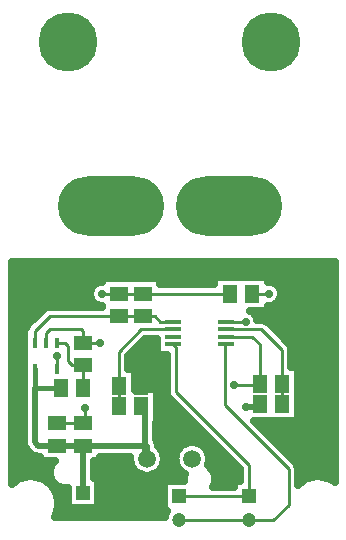
<source format=gbr>
G04 DipTrace 3.2.0.1*
G04 Bottom.gbr*
%MOIN*%
G04 #@! TF.FileFunction,Copper,L2,Bot*
G04 #@! TF.Part,Single*
G04 #@! TA.AperFunction,Conductor*
%ADD13C,0.02*%
%ADD14C,0.01*%
%ADD15C,0.015748*%
G04 #@! TA.AperFunction,CopperBalancing*
%ADD16C,0.025*%
%ADD20R,0.059055X0.051181*%
G04 #@! TA.AperFunction,ComponentPad*
%ADD21R,0.047244X0.047244*%
%ADD22C,0.047244*%
%ADD23R,0.051181X0.059055*%
%ADD25R,0.057087X0.017717*%
%ADD26R,0.017717X0.037402*%
G04 #@! TA.AperFunction,ComponentPad*
%ADD27C,0.059055*%
%ADD28O,0.354331X0.19685*%
%ADD29C,0.19685*%
G04 #@! TA.AperFunction,ViaPad*
%ADD30C,0.027559*%
%FSLAX26Y26*%
G04*
G70*
G90*
G75*
G01*
G04 Bottom*
%LPD*%
X762490Y718940D2*
D13*
X674980D1*
X1237539Y1131270D2*
D14*
X1303315D1*
Y846814D2*
D13*
X1350256D1*
Y856249D1*
X762490Y562469D2*
Y718940D1*
X600177Y975907D2*
D15*
Y912505D1*
X687482D1*
X762490Y718940D2*
D13*
X975012D1*
Y674980D1*
X956055Y849999D2*
X968761D1*
Y681231D1*
X975012Y674980D1*
X674980Y718940D2*
X612269D1*
X600177Y731031D1*
Y912505D1*
X762490Y793743D2*
D14*
X674980D1*
X762490Y1062521D2*
Y1100025D1*
X756239Y1106276D1*
X649978D1*
X637579Y1093877D1*
Y1062521D1*
X956260Y918756D2*
X1025017D1*
X768740Y843748D2*
Y793743D1*
X762490D1*
Y1062521D2*
X818745D1*
X1237539Y1081270D2*
X1237542Y1081273D1*
X1325049D1*
X1350256Y1056066D1*
Y925007D1*
X1265811Y921822D2*
X1347071D1*
X1350256Y925007D1*
X1062539Y1106270D2*
X956255D1*
X881457Y1031472D1*
Y918756D1*
X881252Y918551D1*
Y849999D1*
X1381304Y1225038D2*
X1325049D1*
X1425059Y856249D2*
Y925007D1*
X1237539Y1106270D2*
X1237545Y1106276D1*
X1356302D1*
X1425059Y1037518D1*
Y925007D1*
X1062539Y1056270D2*
X1072041Y1046769D1*
Y896819D1*
X1315816Y653043D1*
Y549581D1*
X1313848D1*
X1082573D1*
X1237539Y1056270D2*
X1234558Y1053289D1*
Y853064D1*
X1447080Y640542D1*
Y521780D1*
X1396142Y470841D1*
X1313848D1*
X1082573D1*
X1062539Y1131270D2*
X1018774D1*
X1000014Y1150030D1*
X962510D1*
Y1150235D1*
X881252D1*
X600177Y1062521D2*
Y1100230D1*
X650182Y1150235D1*
X881252D1*
X762490Y987718D2*
Y987513D1*
X724986D1*
X712484Y1000014D1*
Y1050020D1*
X699983Y1062521D1*
X674980D1*
X762490Y987718D2*
Y912710D1*
X762285Y912505D1*
X881252Y1225038D2*
X962510D1*
X1250245D1*
X881252D2*
X824996D1*
X674980Y1018766D2*
Y975907D1*
D30*
X1303315Y1131270D3*
Y846814D3*
X1025017Y918756D3*
X768740Y843748D3*
X818745Y1062521D3*
X1265811Y921822D3*
X1025017Y918756D3*
X1381304Y1225038D3*
X824996D3*
X674980Y1018766D3*
X527482Y1306432D2*
D16*
X1597571D1*
X527482Y1281563D2*
X1597571D1*
X527482Y1256694D2*
X797605D1*
X1021033D2*
X1195668D1*
X1408724D2*
X1597571D1*
X527482Y1231825D2*
X782785D1*
X1423509D2*
X1597571D1*
X527482Y1206957D2*
X786517D1*
X1419814D2*
X1597571D1*
X527482Y1182088D2*
X822724D1*
X1379623D2*
X1597571D1*
X527482Y1157219D2*
X610110D1*
X1336634D2*
X1597571D1*
X527482Y1132350D2*
X585243D1*
X1376465D2*
X1597571D1*
X527482Y1107482D2*
X562312D1*
X1402159D2*
X1597571D1*
X527482Y1082613D2*
X562312D1*
X1427026D2*
X1597571D1*
X527482Y1057744D2*
X562312D1*
X954790D2*
X1004980D1*
X1451714D2*
X1597571D1*
X527482Y1032875D2*
X562312D1*
X929923D2*
X1004980D1*
X1459071D2*
X1597571D1*
X527482Y1008007D2*
X562312D1*
X915461D2*
X1038029D1*
X1459071D2*
X1597571D1*
X527482Y983138D2*
X562312D1*
X915461D2*
X1038029D1*
X1459071D2*
X1597571D1*
X527482Y958269D2*
X562312D1*
X936059D2*
X1038029D1*
X1479633D2*
X1597571D1*
X527482Y933400D2*
X562312D1*
X936059D2*
X1038029D1*
X1479633D2*
X1597571D1*
X527482Y908531D2*
X561164D1*
X936059D2*
X1038029D1*
X1479633D2*
X1597571D1*
X527482Y883663D2*
X561164D1*
X1010661D2*
X1040936D1*
X1479633D2*
X1597571D1*
X527482Y858794D2*
X561164D1*
X1010661D2*
X1063005D1*
X1479633D2*
X1597571D1*
X527482Y833925D2*
X561164D1*
X1010661D2*
X1087873D1*
X1479633D2*
X1597571D1*
X527482Y809056D2*
X561164D1*
X1010661D2*
X1112740D1*
X1479633D2*
X1597571D1*
X527482Y784188D2*
X561164D1*
X1007755D2*
X1137608D1*
X1350486D2*
X1597571D1*
X527482Y759319D2*
X561164D1*
X1007755D2*
X1162475D1*
X1375353D2*
X1597571D1*
X527482Y734450D2*
X561164D1*
X1010554D2*
X1187379D1*
X1400220D2*
X1597571D1*
X527482Y709581D2*
X568161D1*
X1021571D2*
X1078829D1*
X1171961D2*
X1212247D1*
X1425088D2*
X1597571D1*
X527482Y684713D2*
X597084D1*
X1032694D2*
X1067741D1*
X1183085D2*
X1237114D1*
X1449955D2*
X1597571D1*
X527482Y659844D2*
X658769D1*
X801493D2*
X918571D1*
X1031438D2*
X1068962D1*
X1181865D2*
X1261983D1*
X1474465D2*
X1597571D1*
X527482Y634975D2*
X649224D1*
X801493D2*
X933283D1*
X1016726D2*
X1083675D1*
X1196829D2*
X1281827D1*
X1481067D2*
X1597571D1*
X527482Y610106D2*
X551799D1*
X623148D2*
X652633D1*
X815129D2*
X1095013D1*
X1203970D2*
X1281827D1*
X1481067D2*
X1508148D1*
X1579497D2*
X1597571D1*
X658638Y585238D2*
X673482D1*
X815129D2*
X1029955D1*
X1198444D2*
X1261228D1*
X674211Y560369D2*
X709869D1*
X815129D2*
X1029955D1*
X680743Y535500D2*
X709869D1*
X815129D2*
X1029955D1*
X680205Y510631D2*
X1029955D1*
X672490Y485762D2*
X1032217D1*
X915669Y1277129D2*
X1018538D1*
Y1256567D1*
X1198161Y1256538D1*
X1198155Y1281066D1*
X1377139D1*
Y1265097D1*
X1384465Y1265193D1*
X1390707Y1264205D1*
X1396719Y1262252D1*
X1402350Y1259382D1*
X1407465Y1255667D1*
X1411933Y1251198D1*
X1415648Y1246084D1*
X1418518Y1240453D1*
X1420471Y1234441D1*
X1421459Y1228198D1*
Y1221878D1*
X1420471Y1215635D1*
X1418518Y1209623D1*
X1415648Y1203992D1*
X1411933Y1198878D1*
X1407465Y1194409D1*
X1402350Y1190694D1*
X1396719Y1187824D1*
X1390707Y1185871D1*
X1384465Y1184883D1*
X1377151Y1185000D1*
X1377139Y1169010D1*
X1317392D1*
X1321601Y1167160D1*
X1326991Y1163857D1*
X1331797Y1159752D1*
X1335902Y1154946D1*
X1339205Y1149556D1*
X1341623Y1143718D1*
X1343058Y1137777D1*
X1358773Y1137678D1*
X1363655Y1136906D1*
X1368357Y1135378D1*
X1372761Y1133134D1*
X1376760Y1130228D1*
X1424046Y1083080D1*
X1449012Y1057976D1*
X1451917Y1053978D1*
X1454161Y1049573D1*
X1455689Y1044871D1*
X1456462Y1039990D1*
X1456559Y981001D1*
X1477150Y981034D1*
Y800222D1*
X1331978D1*
X1471033Y661000D1*
X1473938Y657001D1*
X1476182Y652597D1*
X1477710Y647895D1*
X1478483Y643013D1*
X1478580Y588904D1*
X1484480Y594444D1*
X1490114Y598886D1*
X1496080Y602871D1*
X1502340Y606377D1*
X1508856Y609381D1*
X1515587Y611864D1*
X1522491Y613811D1*
X1529528Y615211D1*
X1536652Y616054D1*
X1543822Y616336D1*
X1550991Y616054D1*
X1558115Y615211D1*
X1565152Y613811D1*
X1572056Y611864D1*
X1578787Y609381D1*
X1585303Y606377D1*
X1591563Y602871D1*
X1600059Y596890D1*
X1600079Y1331328D1*
X524965Y1331301D1*
X524963Y591633D1*
X533764Y598886D1*
X539730Y602871D1*
X545990Y606377D1*
X552505Y609381D1*
X559236Y611864D1*
X566140Y613811D1*
X573177Y615211D1*
X580302Y616054D1*
X587471Y616336D1*
X594640Y616054D1*
X601765Y615211D1*
X608802Y613811D1*
X615706Y611864D1*
X622437Y609381D1*
X628953Y606377D1*
X635213Y602871D1*
X641178Y598886D1*
X646812Y594444D1*
X652080Y589573D1*
X656950Y584306D1*
X661392Y578672D1*
X665378Y572706D1*
X668883Y566446D1*
X671887Y559930D1*
X674370Y553199D1*
X676318Y546295D1*
X677718Y539259D1*
X678560Y532134D1*
X678843Y524965D1*
X678560Y517795D1*
X677718Y510671D1*
X676318Y503634D1*
X674370Y496730D1*
X671887Y489999D1*
X667610Y481209D1*
X1033538D1*
X1034904Y486329D1*
X1037915Y493596D1*
X1041469Y499471D1*
X1032451Y499459D1*
Y599703D1*
X1098299D1*
X1097661Y604556D1*
Y612717D1*
X1098938Y620776D1*
X1099970Y625059D1*
X1092474Y629654D1*
X1085787Y635362D1*
X1080079Y642049D1*
X1075484Y649545D1*
X1072121Y657667D1*
X1070068Y666215D1*
X1069378Y674980D1*
X1070068Y683745D1*
X1072121Y692294D1*
X1075484Y700416D1*
X1080079Y707912D1*
X1085787Y714598D1*
X1092474Y720307D1*
X1099970Y724902D1*
X1108092Y728265D1*
X1116640Y730318D1*
X1125406Y731008D1*
X1134171Y730318D1*
X1142719Y728265D1*
X1150841Y724902D1*
X1158337Y720307D1*
X1165024Y714598D1*
X1170732Y707912D1*
X1175327Y700416D1*
X1178690Y692294D1*
X1180743Y683745D1*
X1181433Y674980D1*
X1180743Y666215D1*
X1178690Y657667D1*
X1176858Y652869D1*
X1183274Y648178D1*
X1189045Y642408D1*
X1193841Y635807D1*
X1197546Y628537D1*
X1200067Y620776D1*
X1201344Y612717D1*
Y604556D1*
X1200067Y596497D1*
X1197546Y588736D1*
X1193584Y581081D1*
X1263753D1*
X1263726Y599703D1*
X1284287D1*
X1284316Y639974D1*
X1048088Y876361D1*
X1045182Y880360D1*
X1042938Y884764D1*
X1041411Y889466D1*
X1040638Y894348D1*
X1040541Y961123D1*
Y1020942D1*
X1007496Y1020912D1*
X1007421Y1074770D1*
X969277D1*
X912937Y1018404D1*
X912957Y974811D1*
X933547Y974783D1*
Y905993D1*
X1008146Y906026D1*
Y793971D1*
X1005239D1*
X1005261Y739367D1*
X1007534Y735510D1*
X1009726Y730219D1*
X1011063Y724650D1*
X1011512Y717469D1*
X1017615Y711367D1*
X1022783Y704255D1*
X1026774Y696421D1*
X1029491Y688059D1*
X1030866Y679377D1*
Y670584D1*
X1029491Y661902D1*
X1026774Y653539D1*
X1022783Y645706D1*
X1017615Y638593D1*
X1011399Y632377D1*
X1004286Y627209D1*
X996453Y623218D1*
X988091Y620501D1*
X979408Y619126D1*
X970615D1*
X961933Y620501D1*
X953571Y623218D1*
X945738Y627209D1*
X938625Y632377D1*
X932408Y638593D1*
X927240Y645706D1*
X923249Y653539D1*
X920533Y661902D1*
X919157Y670584D1*
Y679377D1*
X919518Y682430D1*
X818521Y682440D1*
X818517Y666849D1*
X798961D1*
X798990Y612614D1*
X812612Y612591D1*
Y512346D1*
X712367D1*
Y578194D1*
X707514Y577556D1*
X699354D1*
X691295Y578833D1*
X683534Y581354D1*
X676264Y585059D1*
X669663Y589856D1*
X663892Y595626D1*
X659096Y602227D1*
X655391Y609497D1*
X652870Y617259D1*
X651593Y625318D1*
Y633478D1*
X652870Y641537D1*
X655391Y649298D1*
X659096Y656568D1*
X663892Y663169D1*
X667402Y666850D1*
X618953Y666849D1*
Y682458D1*
X609406Y682552D1*
X603748Y683448D1*
X598301Y685218D1*
X593198Y687819D1*
X588564Y691185D1*
X574367Y705222D1*
X570648Y709577D1*
X567655Y714461D1*
X565463Y719752D1*
X564126Y725322D1*
X563677Y731031D1*
X563790Y915369D1*
X564685Y921026D1*
X565801Y924698D1*
X564819Y930706D1*
Y1107722D1*
X569592D1*
X571075Y1112285D1*
X573319Y1116689D1*
X576224Y1120688D1*
X627908Y1172509D1*
X631667Y1175719D1*
X635882Y1178302D1*
X640449Y1180193D1*
X645255Y1181348D1*
X650182Y1181735D1*
X825189D1*
X825224Y1184753D1*
X818696Y1185255D1*
X812549Y1186730D1*
X806710Y1189148D1*
X801320Y1192451D1*
X796514Y1196556D1*
X792409Y1201362D1*
X789106Y1206752D1*
X786688Y1212591D1*
X785213Y1218738D1*
X784717Y1225038D1*
X785213Y1231339D1*
X786688Y1237486D1*
X789106Y1243324D1*
X792409Y1248714D1*
X796514Y1253520D1*
X801320Y1257625D1*
X806710Y1260928D1*
X812549Y1263346D1*
X818696Y1264822D1*
X825231Y1265308D1*
X825224Y1277129D1*
X915669D1*
D20*
X962510Y1225038D3*
Y1150235D3*
X762490Y793743D3*
Y718940D3*
X674980Y793743D3*
Y718940D3*
D21*
X1313848Y549581D3*
D22*
Y470841D3*
D23*
X956260Y918756D3*
X881457D3*
X687482Y912505D3*
X762285D3*
D20*
X762490Y1062521D3*
Y987718D3*
D23*
X1325049Y1225038D3*
X1250245D3*
D20*
X881252D3*
Y1150235D3*
D25*
X1237539Y1056270D3*
Y1081270D3*
Y1106270D3*
Y1131270D3*
X1062539Y1056270D3*
Y1081270D3*
Y1106270D3*
Y1131270D3*
D23*
X1425059Y925007D3*
X1350256D3*
X1425059Y856249D3*
X1350256D3*
X881252Y849999D3*
X956055D3*
D21*
X762490Y562469D3*
D22*
X841230D3*
D26*
X674980Y1062521D3*
X637579D3*
X674980Y975907D3*
X600177D3*
Y1062521D3*
D27*
X975012Y674980D3*
X1050209D3*
X1125406D3*
D28*
X1247059Y1517500D3*
X853358D3*
D29*
X713109Y2062686D3*
X1386993Y2062703D3*
D21*
X1082573Y549581D3*
D22*
Y470841D3*
M02*

</source>
